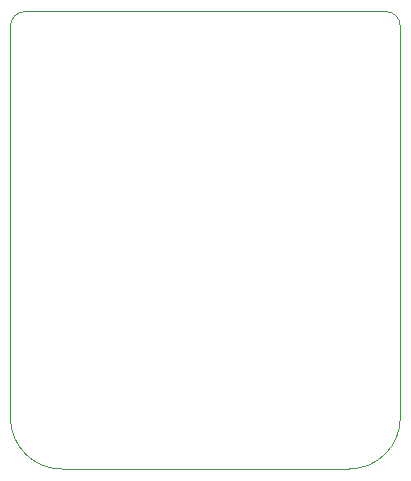
<source format=gm1>
G04*
G04 #@! TF.GenerationSoftware,Altium Limited,Altium Designer,23.9.2 (47)*
G04*
G04 Layer_Color=16711935*
%FSLAX44Y44*%
%MOMM*%
G71*
G04*
G04 #@! TF.SameCoordinates,804AEB52-05E6-4499-94A2-79A5550F06DA*
G04*
G04*
G04 #@! TF.FilePolarity,Positive*
G04*
G01*
G75*
%ADD10C,0.1000*%
D10*
X286840Y0D02*
G03*
X330200Y43361I0J43361D01*
G01*
X0D02*
G03*
X43361Y0I43361J0D01*
G01*
X12700Y387350D02*
G03*
X0Y374650I0J-12700D01*
G01*
X330200D02*
G03*
X317500Y387350I-12700J0D01*
G01*
X43361Y0D02*
X286840D01*
X330200Y43361D02*
Y374650D01*
X0Y43361D02*
Y374650D01*
X12700Y387350D02*
X317500D01*
M02*

</source>
